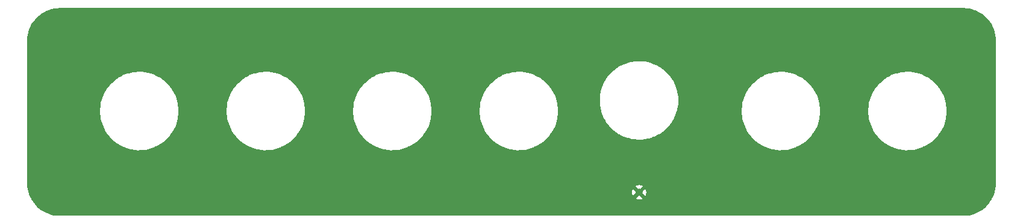
<source format=gtl>
G04 #@! TF.GenerationSoftware,KiCad,Pcbnew,6.0.6-3a73a75311~116~ubuntu22.04.1*
G04 #@! TF.CreationDate,2022-07-27T16:16:01-04:00*
G04 #@! TF.ProjectId,stereo_whooshy_sound_jack_panel,73746572-656f-45f7-9768-6f6f7368795f,0*
G04 #@! TF.SameCoordinates,Original*
G04 #@! TF.FileFunction,Copper,L1,Top*
G04 #@! TF.FilePolarity,Positive*
%FSLAX46Y46*%
G04 Gerber Fmt 4.6, Leading zero omitted, Abs format (unit mm)*
G04 Created by KiCad (PCBNEW 6.0.6-3a73a75311~116~ubuntu22.04.1) date 2022-07-27 16:16:01*
%MOMM*%
%LPD*%
G01*
G04 APERTURE LIST*
G04 #@! TA.AperFunction,SMDPad,CuDef*
%ADD10C,1.000000*%
G04 #@! TD*
G04 #@! TA.AperFunction,ViaPad*
%ADD11C,0.800000*%
G04 #@! TD*
G04 APERTURE END LIST*
D10*
X159131000Y-107950000D03*
D11*
X159131000Y-107950000D03*
G04 #@! TA.AperFunction,Conductor*
G36*
X204694018Y-82044000D02*
G01*
X204708851Y-82046310D01*
X204708855Y-82046310D01*
X204717724Y-82047691D01*
X204738183Y-82045016D01*
X204760008Y-82044072D01*
X205116937Y-82059656D01*
X205127886Y-82060614D01*
X205512379Y-82111233D01*
X205523205Y-82113142D01*
X205901822Y-82197080D01*
X205912439Y-82199925D01*
X206082702Y-82253608D01*
X206282302Y-82316542D01*
X206292615Y-82320295D01*
X206650932Y-82468715D01*
X206660876Y-82473353D01*
X207004867Y-82652423D01*
X207014387Y-82657919D01*
X207341468Y-82866292D01*
X207350472Y-82872597D01*
X207658138Y-83108678D01*
X207666558Y-83115743D01*
X207952483Y-83377744D01*
X207960256Y-83385517D01*
X208222257Y-83671442D01*
X208229322Y-83679862D01*
X208465403Y-83987528D01*
X208471708Y-83996532D01*
X208680081Y-84323613D01*
X208685577Y-84333133D01*
X208864643Y-84677115D01*
X208869289Y-84687077D01*
X209017702Y-85045377D01*
X209021461Y-85055706D01*
X209138075Y-85425561D01*
X209140920Y-85436178D01*
X209224858Y-85814795D01*
X209226767Y-85825621D01*
X209277386Y-86210114D01*
X209278344Y-86221064D01*
X209293603Y-86570552D01*
X209292223Y-86595429D01*
X209290309Y-86607724D01*
X209291473Y-86616626D01*
X209291473Y-86616628D01*
X209294436Y-86639283D01*
X209295500Y-86655621D01*
X209295500Y-106630633D01*
X209294000Y-106650018D01*
X209291690Y-106664851D01*
X209291690Y-106664855D01*
X209290309Y-106673724D01*
X209292984Y-106694183D01*
X209293928Y-106716008D01*
X209280929Y-107013732D01*
X209278344Y-107072936D01*
X209277386Y-107083886D01*
X209226767Y-107468379D01*
X209224858Y-107479205D01*
X209140920Y-107857822D01*
X209138075Y-107868439D01*
X209084392Y-108038702D01*
X209056645Y-108126705D01*
X209021461Y-108238294D01*
X209017705Y-108248615D01*
X208932024Y-108455468D01*
X208869289Y-108606923D01*
X208864647Y-108616876D01*
X208730195Y-108875157D01*
X208685577Y-108960867D01*
X208680081Y-108970387D01*
X208471708Y-109297468D01*
X208465403Y-109306472D01*
X208229322Y-109614138D01*
X208222257Y-109622558D01*
X207960256Y-109908483D01*
X207952483Y-109916256D01*
X207666558Y-110178257D01*
X207658138Y-110185322D01*
X207350472Y-110421403D01*
X207341468Y-110427708D01*
X207014387Y-110636081D01*
X207004868Y-110641576D01*
X206660876Y-110820647D01*
X206650932Y-110825285D01*
X206292615Y-110973705D01*
X206282302Y-110977458D01*
X206082702Y-111040392D01*
X205912439Y-111094075D01*
X205901822Y-111096920D01*
X205523205Y-111180858D01*
X205512379Y-111182767D01*
X205127886Y-111233386D01*
X205116937Y-111234344D01*
X204767446Y-111249603D01*
X204742571Y-111248223D01*
X204730276Y-111246309D01*
X204721374Y-111247473D01*
X204721372Y-111247473D01*
X204706323Y-111249441D01*
X204698714Y-111250436D01*
X204682379Y-111251500D01*
X77773367Y-111251500D01*
X77753982Y-111250000D01*
X77739149Y-111247690D01*
X77739145Y-111247690D01*
X77730276Y-111246309D01*
X77709817Y-111248984D01*
X77687992Y-111249928D01*
X77331063Y-111234344D01*
X77320114Y-111233386D01*
X76935621Y-111182767D01*
X76924795Y-111180858D01*
X76546178Y-111096920D01*
X76535561Y-111094075D01*
X76365298Y-111040392D01*
X76165698Y-110977458D01*
X76155385Y-110973705D01*
X75797068Y-110825285D01*
X75787124Y-110820647D01*
X75443132Y-110641576D01*
X75433613Y-110636081D01*
X75106532Y-110427708D01*
X75097528Y-110421403D01*
X74789862Y-110185322D01*
X74781442Y-110178257D01*
X74495517Y-109916256D01*
X74487744Y-109908483D01*
X74225743Y-109622558D01*
X74218678Y-109614138D01*
X73982597Y-109306472D01*
X73976292Y-109297468D01*
X73767919Y-108970387D01*
X73762423Y-108960867D01*
X73717805Y-108875157D01*
X73688640Y-108819132D01*
X158626698Y-108819132D01*
X158631607Y-108825690D01*
X158720118Y-108875157D01*
X158731357Y-108880067D01*
X158907641Y-108937345D01*
X158919615Y-108939978D01*
X159103676Y-108961926D01*
X159115925Y-108962183D01*
X159300742Y-108947962D01*
X159312822Y-108945831D01*
X159491345Y-108895986D01*
X159502778Y-108891552D01*
X159626507Y-108829052D01*
X159636791Y-108819407D01*
X159634553Y-108812763D01*
X159143812Y-108322022D01*
X159129868Y-108314408D01*
X159128035Y-108314539D01*
X159121420Y-108318790D01*
X158633458Y-108806752D01*
X158626698Y-108819132D01*
X73688640Y-108819132D01*
X73583353Y-108616876D01*
X73578711Y-108606923D01*
X73515977Y-108455468D01*
X73430295Y-108248615D01*
X73426539Y-108238294D01*
X73391356Y-108126705D01*
X73363608Y-108038702D01*
X73333119Y-107942002D01*
X158118738Y-107942002D01*
X158134248Y-108126705D01*
X158136461Y-108138764D01*
X158187554Y-108316945D01*
X158192066Y-108328342D01*
X158252148Y-108445250D01*
X158261865Y-108455468D01*
X158268666Y-108453124D01*
X158758978Y-107962812D01*
X158765356Y-107951132D01*
X159495408Y-107951132D01*
X159495539Y-107952965D01*
X159499790Y-107959580D01*
X159987661Y-108447451D01*
X160000041Y-108454211D01*
X160006775Y-108449170D01*
X160053262Y-108367337D01*
X160058256Y-108356121D01*
X160116759Y-108180253D01*
X160119479Y-108168281D01*
X160143039Y-107981784D01*
X160143531Y-107974757D01*
X160143828Y-107953523D01*
X160143533Y-107946494D01*
X160125188Y-107759397D01*
X160122805Y-107747362D01*
X160069233Y-107569924D01*
X160064559Y-107558584D01*
X160009562Y-107455148D01*
X159999702Y-107445067D01*
X159992575Y-107447635D01*
X159503022Y-107937188D01*
X159495408Y-107951132D01*
X158765356Y-107951132D01*
X158766592Y-107948868D01*
X158766461Y-107947035D01*
X158762210Y-107940420D01*
X158274121Y-107452331D01*
X158261741Y-107445571D01*
X158255353Y-107450353D01*
X158202997Y-107545586D01*
X158198166Y-107556858D01*
X158142120Y-107733538D01*
X158139570Y-107745532D01*
X158118909Y-107929733D01*
X158118738Y-107942002D01*
X73333119Y-107942002D01*
X73309925Y-107868439D01*
X73307080Y-107857822D01*
X73223142Y-107479205D01*
X73221233Y-107468379D01*
X73170614Y-107083886D01*
X73170370Y-107081101D01*
X158625820Y-107081101D01*
X158628274Y-107088064D01*
X159118188Y-107577978D01*
X159132132Y-107585592D01*
X159133965Y-107585461D01*
X159140580Y-107581210D01*
X159628834Y-107092956D01*
X159635594Y-107080576D01*
X159630935Y-107074353D01*
X159528924Y-107019196D01*
X159517619Y-107014444D01*
X159340554Y-106959633D01*
X159328541Y-106957167D01*
X159144199Y-106937792D01*
X159131931Y-106937707D01*
X158947345Y-106954505D01*
X158935296Y-106956803D01*
X158757483Y-107009137D01*
X158746108Y-107013732D01*
X158635969Y-107071312D01*
X158625820Y-107081101D01*
X73170370Y-107081101D01*
X73169656Y-107072936D01*
X73167071Y-107013732D01*
X73154561Y-106727206D01*
X73156188Y-106700805D01*
X73156769Y-106697352D01*
X73156770Y-106697345D01*
X73157576Y-106692552D01*
X73157729Y-106680000D01*
X73153773Y-106652376D01*
X73152500Y-106634514D01*
X73152500Y-96750880D01*
X83391368Y-96750880D01*
X83391588Y-96753497D01*
X83391588Y-96753503D01*
X83398186Y-96832072D01*
X83430007Y-97211021D01*
X83430449Y-97213634D01*
X83469083Y-97442047D01*
X83507015Y-97666314D01*
X83507677Y-97668891D01*
X83611855Y-98074639D01*
X83621850Y-98113568D01*
X83773707Y-98549643D01*
X83961522Y-98971482D01*
X84183977Y-99376125D01*
X84185429Y-99378311D01*
X84185433Y-99378317D01*
X84313924Y-99571711D01*
X84439511Y-99760735D01*
X84554754Y-99906136D01*
X84711629Y-100104063D01*
X84726332Y-100122614D01*
X84728145Y-100124544D01*
X84728147Y-100124547D01*
X84860725Y-100265728D01*
X85042429Y-100459222D01*
X85385583Y-100768200D01*
X85753389Y-101047380D01*
X85755620Y-101048796D01*
X85755626Y-101048800D01*
X86077538Y-101253091D01*
X86143266Y-101294803D01*
X86145593Y-101296019D01*
X86145599Y-101296023D01*
X86550142Y-101507513D01*
X86550147Y-101507515D01*
X86552480Y-101508735D01*
X86978159Y-101687674D01*
X86980667Y-101688489D01*
X86980670Y-101688490D01*
X87414804Y-101829549D01*
X87414808Y-101829550D01*
X87417319Y-101830366D01*
X87738502Y-101905699D01*
X87864303Y-101935205D01*
X87864307Y-101935206D01*
X87866879Y-101935809D01*
X87869496Y-101936196D01*
X87869499Y-101936196D01*
X88321064Y-102002878D01*
X88321068Y-102002878D01*
X88323686Y-102003265D01*
X88784535Y-102032259D01*
X88787167Y-102032204D01*
X88787174Y-102032204D01*
X88963193Y-102028516D01*
X89246194Y-102022588D01*
X89705424Y-101974321D01*
X90159005Y-101887796D01*
X90161534Y-101887090D01*
X90161542Y-101887088D01*
X90601221Y-101764328D01*
X90601232Y-101764324D01*
X90603755Y-101763620D01*
X90879857Y-101660938D01*
X91034082Y-101603583D01*
X91034088Y-101603580D01*
X91036555Y-101602663D01*
X91454368Y-101406055D01*
X91854264Y-101175175D01*
X92233438Y-100911642D01*
X92589230Y-100617305D01*
X92880198Y-100332369D01*
X92917256Y-100296079D01*
X92917258Y-100296077D01*
X92919145Y-100294229D01*
X93220869Y-99944678D01*
X93492285Y-99571107D01*
X93527603Y-99512791D01*
X93650486Y-99309885D01*
X93731489Y-99176133D01*
X93936804Y-98762529D01*
X94106789Y-98333196D01*
X94240252Y-97891144D01*
X94288042Y-97666314D01*
X94335711Y-97442047D01*
X94336258Y-97439474D01*
X94394131Y-96981355D01*
X94403791Y-96750880D01*
X101171368Y-96750880D01*
X101171588Y-96753497D01*
X101171588Y-96753503D01*
X101178186Y-96832072D01*
X101210007Y-97211021D01*
X101210449Y-97213634D01*
X101249083Y-97442047D01*
X101287015Y-97666314D01*
X101287677Y-97668891D01*
X101391855Y-98074639D01*
X101401850Y-98113568D01*
X101553707Y-98549643D01*
X101741522Y-98971482D01*
X101963977Y-99376125D01*
X101965429Y-99378311D01*
X101965433Y-99378317D01*
X102093924Y-99571711D01*
X102219511Y-99760735D01*
X102334754Y-99906136D01*
X102491629Y-100104063D01*
X102506332Y-100122614D01*
X102508145Y-100124544D01*
X102508147Y-100124547D01*
X102640725Y-100265728D01*
X102822429Y-100459222D01*
X103165583Y-100768200D01*
X103533389Y-101047380D01*
X103535620Y-101048796D01*
X103535626Y-101048800D01*
X103857538Y-101253091D01*
X103923266Y-101294803D01*
X103925593Y-101296019D01*
X103925599Y-101296023D01*
X104330142Y-101507513D01*
X104330147Y-101507515D01*
X104332480Y-101508735D01*
X104758159Y-101687674D01*
X104760667Y-101688489D01*
X104760670Y-101688490D01*
X105194804Y-101829549D01*
X105194808Y-101829550D01*
X105197319Y-101830366D01*
X105518502Y-101905699D01*
X105644303Y-101935205D01*
X105644307Y-101935206D01*
X105646879Y-101935809D01*
X105649496Y-101936196D01*
X105649499Y-101936196D01*
X106101064Y-102002878D01*
X106101068Y-102002878D01*
X106103686Y-102003265D01*
X106564535Y-102032259D01*
X106567167Y-102032204D01*
X106567174Y-102032204D01*
X106743193Y-102028516D01*
X107026194Y-102022588D01*
X107485424Y-101974321D01*
X107939005Y-101887796D01*
X107941534Y-101887090D01*
X107941542Y-101887088D01*
X108381221Y-101764328D01*
X108381232Y-101764324D01*
X108383755Y-101763620D01*
X108659857Y-101660938D01*
X108814082Y-101603583D01*
X108814088Y-101603580D01*
X108816555Y-101602663D01*
X109234368Y-101406055D01*
X109634264Y-101175175D01*
X110013438Y-100911642D01*
X110369230Y-100617305D01*
X110660198Y-100332369D01*
X110697256Y-100296079D01*
X110697258Y-100296077D01*
X110699145Y-100294229D01*
X111000869Y-99944678D01*
X111272285Y-99571107D01*
X111307603Y-99512791D01*
X111430486Y-99309885D01*
X111511489Y-99176133D01*
X111716804Y-98762529D01*
X111886789Y-98333196D01*
X112020252Y-97891144D01*
X112068042Y-97666314D01*
X112115711Y-97442047D01*
X112116258Y-97439474D01*
X112174131Y-96981355D01*
X112183791Y-96750880D01*
X118951368Y-96750880D01*
X118951588Y-96753497D01*
X118951588Y-96753503D01*
X118958186Y-96832072D01*
X118990007Y-97211021D01*
X118990449Y-97213634D01*
X119029083Y-97442047D01*
X119067015Y-97666314D01*
X119067677Y-97668891D01*
X119171855Y-98074639D01*
X119181850Y-98113568D01*
X119333707Y-98549643D01*
X119521522Y-98971482D01*
X119743977Y-99376125D01*
X119745429Y-99378311D01*
X119745433Y-99378317D01*
X119873924Y-99571711D01*
X119999511Y-99760735D01*
X120114754Y-99906136D01*
X120271629Y-100104063D01*
X120286332Y-100122614D01*
X120288145Y-100124544D01*
X120288147Y-100124547D01*
X120420725Y-100265728D01*
X120602429Y-100459222D01*
X120945583Y-100768200D01*
X121313389Y-101047380D01*
X121315620Y-101048796D01*
X121315626Y-101048800D01*
X121637538Y-101253091D01*
X121703266Y-101294803D01*
X121705593Y-101296019D01*
X121705599Y-101296023D01*
X122110142Y-101507513D01*
X122110147Y-101507515D01*
X122112480Y-101508735D01*
X122538159Y-101687674D01*
X122540667Y-101688489D01*
X122540670Y-101688490D01*
X122974804Y-101829549D01*
X122974808Y-101829550D01*
X122977319Y-101830366D01*
X123298502Y-101905699D01*
X123424303Y-101935205D01*
X123424307Y-101935206D01*
X123426879Y-101935809D01*
X123429496Y-101936196D01*
X123429499Y-101936196D01*
X123881064Y-102002878D01*
X123881068Y-102002878D01*
X123883686Y-102003265D01*
X124344535Y-102032259D01*
X124347167Y-102032204D01*
X124347174Y-102032204D01*
X124523193Y-102028516D01*
X124806194Y-102022588D01*
X125265424Y-101974321D01*
X125719005Y-101887796D01*
X125721534Y-101887090D01*
X125721542Y-101887088D01*
X126161221Y-101764328D01*
X126161232Y-101764324D01*
X126163755Y-101763620D01*
X126439857Y-101660938D01*
X126594082Y-101603583D01*
X126594088Y-101603580D01*
X126596555Y-101602663D01*
X127014368Y-101406055D01*
X127414264Y-101175175D01*
X127793438Y-100911642D01*
X128149230Y-100617305D01*
X128440198Y-100332369D01*
X128477256Y-100296079D01*
X128477258Y-100296077D01*
X128479145Y-100294229D01*
X128780869Y-99944678D01*
X129052285Y-99571107D01*
X129087603Y-99512791D01*
X129210486Y-99309885D01*
X129291489Y-99176133D01*
X129496804Y-98762529D01*
X129666789Y-98333196D01*
X129800252Y-97891144D01*
X129848042Y-97666314D01*
X129895711Y-97442047D01*
X129896258Y-97439474D01*
X129954131Y-96981355D01*
X129963791Y-96750880D01*
X136731368Y-96750880D01*
X136731588Y-96753497D01*
X136731588Y-96753503D01*
X136738186Y-96832072D01*
X136770007Y-97211021D01*
X136770449Y-97213634D01*
X136809083Y-97442047D01*
X136847015Y-97666314D01*
X136847677Y-97668891D01*
X136951855Y-98074639D01*
X136961850Y-98113568D01*
X137113707Y-98549643D01*
X137301522Y-98971482D01*
X137523977Y-99376125D01*
X137525429Y-99378311D01*
X137525433Y-99378317D01*
X137653924Y-99571711D01*
X137779511Y-99760735D01*
X137894754Y-99906136D01*
X138051629Y-100104063D01*
X138066332Y-100122614D01*
X138068145Y-100124544D01*
X138068147Y-100124547D01*
X138200725Y-100265728D01*
X138382429Y-100459222D01*
X138725583Y-100768200D01*
X139093389Y-101047380D01*
X139095620Y-101048796D01*
X139095626Y-101048800D01*
X139417538Y-101253091D01*
X139483266Y-101294803D01*
X139485593Y-101296019D01*
X139485599Y-101296023D01*
X139890142Y-101507513D01*
X139890147Y-101507515D01*
X139892480Y-101508735D01*
X140318159Y-101687674D01*
X140320667Y-101688489D01*
X140320670Y-101688490D01*
X140754804Y-101829549D01*
X140754808Y-101829550D01*
X140757319Y-101830366D01*
X141078502Y-101905699D01*
X141204303Y-101935205D01*
X141204307Y-101935206D01*
X141206879Y-101935809D01*
X141209496Y-101936196D01*
X141209499Y-101936196D01*
X141661064Y-102002878D01*
X141661068Y-102002878D01*
X141663686Y-102003265D01*
X142124535Y-102032259D01*
X142127167Y-102032204D01*
X142127174Y-102032204D01*
X142303193Y-102028516D01*
X142586194Y-102022588D01*
X143045424Y-101974321D01*
X143499005Y-101887796D01*
X143501534Y-101887090D01*
X143501542Y-101887088D01*
X143941221Y-101764328D01*
X143941232Y-101764324D01*
X143943755Y-101763620D01*
X144219857Y-101660938D01*
X144374082Y-101603583D01*
X144374088Y-101603580D01*
X144376555Y-101602663D01*
X144794368Y-101406055D01*
X145194264Y-101175175D01*
X145573438Y-100911642D01*
X145929230Y-100617305D01*
X146220198Y-100332369D01*
X146257256Y-100296079D01*
X146257258Y-100296077D01*
X146259145Y-100294229D01*
X146560869Y-99944678D01*
X146832285Y-99571107D01*
X146867603Y-99512791D01*
X146990486Y-99309885D01*
X147071489Y-99176133D01*
X147276804Y-98762529D01*
X147446789Y-98333196D01*
X147580252Y-97891144D01*
X147628042Y-97666314D01*
X147675711Y-97442047D01*
X147676258Y-97439474D01*
X147734131Y-96981355D01*
X147753468Y-96520000D01*
X147751085Y-96463154D01*
X147734242Y-96061291D01*
X147734242Y-96061289D01*
X147734131Y-96058645D01*
X147676258Y-95600526D01*
X147628599Y-95376309D01*
X147602236Y-95252280D01*
X153622368Y-95252280D01*
X153661007Y-95712421D01*
X153661449Y-95715034D01*
X153720015Y-96061291D01*
X153738015Y-96167714D01*
X153738677Y-96170291D01*
X153827787Y-96517352D01*
X153852850Y-96614968D01*
X154004707Y-97051043D01*
X154192522Y-97472882D01*
X154414977Y-97877525D01*
X154416429Y-97879711D01*
X154416433Y-97879717D01*
X154544924Y-98073111D01*
X154670511Y-98262135D01*
X154814601Y-98443932D01*
X154916943Y-98573055D01*
X154957332Y-98624014D01*
X154959145Y-98625944D01*
X154959147Y-98625947D01*
X155116609Y-98793626D01*
X155273429Y-98960622D01*
X155616583Y-99269600D01*
X155984389Y-99548780D01*
X155986620Y-99550196D01*
X155986626Y-99550200D01*
X156308538Y-99754491D01*
X156374266Y-99796203D01*
X156376593Y-99797419D01*
X156376599Y-99797423D01*
X156781142Y-100008913D01*
X156781147Y-100008915D01*
X156783480Y-100010135D01*
X157209159Y-100189074D01*
X157211667Y-100189889D01*
X157211670Y-100189890D01*
X157645804Y-100330949D01*
X157645808Y-100330950D01*
X157648319Y-100331766D01*
X157969502Y-100407099D01*
X158095303Y-100436605D01*
X158095307Y-100436606D01*
X158097879Y-100437209D01*
X158100496Y-100437596D01*
X158100499Y-100437596D01*
X158552064Y-100504278D01*
X158552068Y-100504278D01*
X158554686Y-100504665D01*
X159015535Y-100533659D01*
X159018167Y-100533604D01*
X159018174Y-100533604D01*
X159194193Y-100529916D01*
X159477194Y-100523988D01*
X159936424Y-100475721D01*
X160390005Y-100389196D01*
X160392534Y-100388490D01*
X160392542Y-100388488D01*
X160832221Y-100265728D01*
X160832232Y-100265724D01*
X160834755Y-100265020D01*
X161134085Y-100153700D01*
X161265082Y-100104983D01*
X161265088Y-100104980D01*
X161267555Y-100104063D01*
X161685368Y-99907455D01*
X162085264Y-99676575D01*
X162464438Y-99413042D01*
X162820230Y-99118705D01*
X163150145Y-98795629D01*
X163451869Y-98446078D01*
X163723285Y-98072507D01*
X163962489Y-97677533D01*
X164167804Y-97263929D01*
X164337789Y-96834596D01*
X164363064Y-96750880D01*
X173561368Y-96750880D01*
X173561588Y-96753497D01*
X173561588Y-96753503D01*
X173568186Y-96832072D01*
X173600007Y-97211021D01*
X173600449Y-97213634D01*
X173639083Y-97442047D01*
X173677015Y-97666314D01*
X173677677Y-97668891D01*
X173781855Y-98074639D01*
X173791850Y-98113568D01*
X173943707Y-98549643D01*
X174131522Y-98971482D01*
X174353977Y-99376125D01*
X174355429Y-99378311D01*
X174355433Y-99378317D01*
X174483924Y-99571711D01*
X174609511Y-99760735D01*
X174724754Y-99906136D01*
X174881629Y-100104063D01*
X174896332Y-100122614D01*
X174898145Y-100124544D01*
X174898147Y-100124547D01*
X175030725Y-100265728D01*
X175212429Y-100459222D01*
X175555583Y-100768200D01*
X175923389Y-101047380D01*
X175925620Y-101048796D01*
X175925626Y-101048800D01*
X176247538Y-101253091D01*
X176313266Y-101294803D01*
X176315593Y-101296019D01*
X176315599Y-101296023D01*
X176720142Y-101507513D01*
X176720147Y-101507515D01*
X176722480Y-101508735D01*
X177148159Y-101687674D01*
X177150667Y-101688489D01*
X177150670Y-101688490D01*
X177584804Y-101829549D01*
X177584808Y-101829550D01*
X177587319Y-101830366D01*
X177908502Y-101905699D01*
X178034303Y-101935205D01*
X178034307Y-101935206D01*
X178036879Y-101935809D01*
X178039496Y-101936196D01*
X178039499Y-101936196D01*
X178491064Y-102002878D01*
X178491068Y-102002878D01*
X178493686Y-102003265D01*
X178954535Y-102032259D01*
X178957167Y-102032204D01*
X178957174Y-102032204D01*
X179133193Y-102028516D01*
X179416194Y-102022588D01*
X179875424Y-101974321D01*
X180329005Y-101887796D01*
X180331534Y-101887090D01*
X180331542Y-101887088D01*
X180771221Y-101764328D01*
X180771232Y-101764324D01*
X180773755Y-101763620D01*
X181049857Y-101660938D01*
X181204082Y-101603583D01*
X181204088Y-101603580D01*
X181206555Y-101602663D01*
X181624368Y-101406055D01*
X182024264Y-101175175D01*
X182403438Y-100911642D01*
X182759230Y-100617305D01*
X183050198Y-100332369D01*
X183087256Y-100296079D01*
X183087258Y-100296077D01*
X183089145Y-100294229D01*
X183390869Y-99944678D01*
X183662285Y-99571107D01*
X183697603Y-99512791D01*
X183820486Y-99309885D01*
X183901489Y-99176133D01*
X184106804Y-98762529D01*
X184276789Y-98333196D01*
X184410252Y-97891144D01*
X184458042Y-97666314D01*
X184505711Y-97442047D01*
X184506258Y-97439474D01*
X184564131Y-96981355D01*
X184573791Y-96750880D01*
X191341368Y-96750880D01*
X191341588Y-96753497D01*
X191341588Y-96753503D01*
X191348186Y-96832072D01*
X191380007Y-97211021D01*
X191380449Y-97213634D01*
X191419083Y-97442047D01*
X191457015Y-97666314D01*
X191457677Y-97668891D01*
X191561855Y-98074639D01*
X191571850Y-98113568D01*
X191723707Y-98549643D01*
X191911522Y-98971482D01*
X192133977Y-99376125D01*
X192135429Y-99378311D01*
X192135433Y-99378317D01*
X192263924Y-99571711D01*
X192389511Y-99760735D01*
X192504754Y-99906136D01*
X192661629Y-100104063D01*
X192676332Y-100122614D01*
X192678145Y-100124544D01*
X192678147Y-100124547D01*
X192810725Y-100265728D01*
X192992429Y-100459222D01*
X193335583Y-100768200D01*
X193703389Y-101047380D01*
X193705620Y-101048796D01*
X193705626Y-101048800D01*
X194027538Y-101253091D01*
X194093266Y-101294803D01*
X194095593Y-101296019D01*
X194095599Y-101296023D01*
X194500142Y-101507513D01*
X194500147Y-101507515D01*
X194502480Y-101508735D01*
X194928159Y-101687674D01*
X194930667Y-101688489D01*
X194930670Y-101688490D01*
X195364804Y-101829549D01*
X195364808Y-101829550D01*
X195367319Y-101830366D01*
X195688502Y-101905699D01*
X195814303Y-101935205D01*
X195814307Y-101935206D01*
X195816879Y-101935809D01*
X195819496Y-101936196D01*
X195819499Y-101936196D01*
X196271064Y-102002878D01*
X196271068Y-102002878D01*
X196273686Y-102003265D01*
X196734535Y-102032259D01*
X196737167Y-102032204D01*
X196737174Y-102032204D01*
X196913193Y-102028516D01*
X197196194Y-102022588D01*
X197655424Y-101974321D01*
X198109005Y-101887796D01*
X198111534Y-101887090D01*
X198111542Y-101887088D01*
X198551221Y-101764328D01*
X198551232Y-101764324D01*
X198553755Y-101763620D01*
X198829857Y-101660938D01*
X198984082Y-101603583D01*
X198984088Y-101603580D01*
X198986555Y-101602663D01*
X199404368Y-101406055D01*
X199804264Y-101175175D01*
X200183438Y-100911642D01*
X200539230Y-100617305D01*
X200830198Y-100332369D01*
X200867256Y-100296079D01*
X200867258Y-100296077D01*
X200869145Y-100294229D01*
X201170869Y-99944678D01*
X201442285Y-99571107D01*
X201477603Y-99512791D01*
X201600486Y-99309885D01*
X201681489Y-99176133D01*
X201886804Y-98762529D01*
X202056789Y-98333196D01*
X202190252Y-97891144D01*
X202238042Y-97666314D01*
X202285711Y-97442047D01*
X202286258Y-97439474D01*
X202344131Y-96981355D01*
X202363468Y-96520000D01*
X202361085Y-96463154D01*
X202344242Y-96061291D01*
X202344242Y-96061289D01*
X202344131Y-96058645D01*
X202286258Y-95600526D01*
X202238599Y-95376309D01*
X202190798Y-95151423D01*
X202190796Y-95151415D01*
X202190252Y-95148856D01*
X202056789Y-94706804D01*
X201886804Y-94277471D01*
X201681489Y-93863867D01*
X201505906Y-93573944D01*
X201443651Y-93471148D01*
X201443647Y-93471142D01*
X201442285Y-93468893D01*
X201170869Y-93095322D01*
X200869145Y-92745771D01*
X200539230Y-92422695D01*
X200183438Y-92128358D01*
X199804264Y-91864825D01*
X199404368Y-91633945D01*
X198986555Y-91437337D01*
X198984088Y-91436420D01*
X198984082Y-91436417D01*
X198755773Y-91351510D01*
X198553755Y-91276380D01*
X198551232Y-91275676D01*
X198551221Y-91275672D01*
X198111542Y-91152912D01*
X198111534Y-91152910D01*
X198109005Y-91152204D01*
X197655424Y-91065679D01*
X197196194Y-91017412D01*
X196913193Y-91011484D01*
X196737174Y-91007796D01*
X196737167Y-91007796D01*
X196734535Y-91007741D01*
X196273686Y-91036735D01*
X196271068Y-91037122D01*
X196271064Y-91037122D01*
X195819499Y-91103804D01*
X195819496Y-91103804D01*
X195816879Y-91104191D01*
X195814307Y-91104794D01*
X195814303Y-91104795D01*
X195766258Y-91116064D01*
X195367319Y-91209634D01*
X195364808Y-91210450D01*
X195364804Y-91210451D01*
X195164075Y-91275672D01*
X194928159Y-91352326D01*
X194502480Y-91531265D01*
X194500147Y-91532485D01*
X194500142Y-91532487D01*
X194095599Y-91743977D01*
X194095593Y-91743981D01*
X194093266Y-91745197D01*
X194040649Y-91778589D01*
X193705626Y-91991200D01*
X193705620Y-91991204D01*
X193703389Y-91992620D01*
X193335583Y-92271800D01*
X192992429Y-92580778D01*
X192990626Y-92582698D01*
X192990625Y-92582699D01*
X192808628Y-92776506D01*
X192676332Y-92917386D01*
X192674683Y-92919467D01*
X192674680Y-92919470D01*
X192590874Y-93025207D01*
X192389511Y-93279265D01*
X192388048Y-93281467D01*
X192144700Y-93647736D01*
X192133977Y-93663875D01*
X191911522Y-94068518D01*
X191723707Y-94490357D01*
X191571850Y-94926432D01*
X191571195Y-94928983D01*
X191571192Y-94928993D01*
X191534335Y-95072544D01*
X191457015Y-95373686D01*
X191456573Y-95376301D01*
X191456571Y-95376309D01*
X191399280Y-95715034D01*
X191380007Y-95828979D01*
X191341368Y-96289120D01*
X191341368Y-96750880D01*
X184573791Y-96750880D01*
X184583468Y-96520000D01*
X184581085Y-96463154D01*
X184564242Y-96061291D01*
X184564242Y-96061289D01*
X184564131Y-96058645D01*
X184506258Y-95600526D01*
X184458599Y-95376309D01*
X184410798Y-95151423D01*
X184410796Y-95151415D01*
X184410252Y-95148856D01*
X184276789Y-94706804D01*
X184106804Y-94277471D01*
X183901489Y-93863867D01*
X183725906Y-93573944D01*
X183663651Y-93471148D01*
X183663647Y-93471142D01*
X183662285Y-93468893D01*
X183390869Y-93095322D01*
X183089145Y-92745771D01*
X182759230Y-92422695D01*
X182403438Y-92128358D01*
X182024264Y-91864825D01*
X181624368Y-91633945D01*
X181206555Y-91437337D01*
X181204088Y-91436420D01*
X181204082Y-91436417D01*
X180975773Y-91351510D01*
X180773755Y-91276380D01*
X180771232Y-91275676D01*
X180771221Y-91275672D01*
X180331542Y-91152912D01*
X180331534Y-91152910D01*
X180329005Y-91152204D01*
X179875424Y-91065679D01*
X179416194Y-91017412D01*
X179133193Y-91011484D01*
X178957174Y-91007796D01*
X178957167Y-91007796D01*
X178954535Y-91007741D01*
X178493686Y-91036735D01*
X178491068Y-91037122D01*
X178491064Y-91037122D01*
X178039499Y-91103804D01*
X178039496Y-91103804D01*
X178036879Y-91104191D01*
X178034307Y-91104794D01*
X178034303Y-91104795D01*
X177986258Y-91116064D01*
X177587319Y-91209634D01*
X177584808Y-91210450D01*
X177584804Y-91210451D01*
X177384075Y-91275672D01*
X177148159Y-91352326D01*
X176722480Y-91531265D01*
X176720147Y-91532485D01*
X176720142Y-91532487D01*
X176315599Y-91743977D01*
X176315593Y-91743981D01*
X176313266Y-91745197D01*
X176260649Y-91778589D01*
X175925626Y-91991200D01*
X175925620Y-91991204D01*
X175923389Y-91992620D01*
X175555583Y-92271800D01*
X175212429Y-92580778D01*
X175210626Y-92582698D01*
X175210625Y-92582699D01*
X175028628Y-92776506D01*
X174896332Y-92917386D01*
X174894683Y-92919467D01*
X174894680Y-92919470D01*
X174810874Y-93025207D01*
X174609511Y-93279265D01*
X174608048Y-93281467D01*
X174364700Y-93647736D01*
X174353977Y-93663875D01*
X174131522Y-94068518D01*
X173943707Y-94490357D01*
X173791850Y-94926432D01*
X173791195Y-94928983D01*
X173791192Y-94928993D01*
X173754335Y-95072544D01*
X173677015Y-95373686D01*
X173676573Y-95376301D01*
X173676571Y-95376309D01*
X173619280Y-95715034D01*
X173600007Y-95828979D01*
X173561368Y-96289120D01*
X173561368Y-96750880D01*
X164363064Y-96750880D01*
X164471252Y-96392544D01*
X164519042Y-96167714D01*
X164566711Y-95943447D01*
X164567258Y-95940874D01*
X164625131Y-95482755D01*
X164629703Y-95373686D01*
X164644357Y-95024048D01*
X164644468Y-95021400D01*
X164625131Y-94560045D01*
X164567258Y-94101926D01*
X164519599Y-93877709D01*
X164471798Y-93652823D01*
X164471796Y-93652815D01*
X164471252Y-93650256D01*
X164337789Y-93208204D01*
X164167804Y-92778871D01*
X163962489Y-92365267D01*
X163777671Y-92060095D01*
X163724651Y-91972548D01*
X163724647Y-91972542D01*
X163723285Y-91970293D01*
X163451869Y-91596722D01*
X163150145Y-91247171D01*
X163111814Y-91209634D01*
X162905647Y-91007741D01*
X162820230Y-90924095D01*
X162464438Y-90629758D01*
X162085264Y-90366225D01*
X161685368Y-90135345D01*
X161267555Y-89938737D01*
X161265088Y-89937820D01*
X161265082Y-89937817D01*
X161036773Y-89852910D01*
X160834755Y-89777780D01*
X160832232Y-89777076D01*
X160832221Y-89777072D01*
X160392542Y-89654312D01*
X160392534Y-89654310D01*
X160390005Y-89653604D01*
X159936424Y-89567079D01*
X159477194Y-89518812D01*
X159194193Y-89512884D01*
X159018174Y-89509196D01*
X159018167Y-89509196D01*
X159015535Y-89509141D01*
X158554686Y-89538135D01*
X158552068Y-89538522D01*
X158552064Y-89538522D01*
X158100499Y-89605204D01*
X158100496Y-89605204D01*
X158097879Y-89605591D01*
X158095307Y-89606194D01*
X158095303Y-89606195D01*
X157969502Y-89635701D01*
X157648319Y-89711034D01*
X157645808Y-89711850D01*
X157645804Y-89711851D01*
X157445075Y-89777072D01*
X157209159Y-89853726D01*
X156783480Y-90032665D01*
X156781147Y-90033885D01*
X156781142Y-90033887D01*
X156376599Y-90245377D01*
X156376593Y-90245381D01*
X156374266Y-90246597D01*
X156372038Y-90248011D01*
X155986626Y-90492600D01*
X155986620Y-90492604D01*
X155984389Y-90494020D01*
X155616583Y-90773200D01*
X155273429Y-91082178D01*
X155271626Y-91084098D01*
X155271625Y-91084099D01*
X155018784Y-91353347D01*
X154957332Y-91418786D01*
X154955683Y-91420867D01*
X154955680Y-91420870D01*
X154941735Y-91438464D01*
X154670511Y-91780665D01*
X154669048Y-91782867D01*
X154439505Y-92128358D01*
X154414977Y-92165275D01*
X154192522Y-92569918D01*
X154004707Y-92991757D01*
X153852850Y-93427832D01*
X153852195Y-93430383D01*
X153852192Y-93430393D01*
X153842307Y-93468893D01*
X153738015Y-93875086D01*
X153737573Y-93877701D01*
X153737571Y-93877709D01*
X153681267Y-94210598D01*
X153661007Y-94330379D01*
X153622368Y-94790520D01*
X153622368Y-95252280D01*
X147602236Y-95252280D01*
X147580798Y-95151423D01*
X147580796Y-95151415D01*
X147580252Y-95148856D01*
X147446789Y-94706804D01*
X147276804Y-94277471D01*
X147071489Y-93863867D01*
X146895906Y-93573944D01*
X146833651Y-93471148D01*
X146833647Y-93471142D01*
X146832285Y-93468893D01*
X146560869Y-93095322D01*
X146259145Y-92745771D01*
X145929230Y-92422695D01*
X145573438Y-92128358D01*
X145194264Y-91864825D01*
X144794368Y-91633945D01*
X144376555Y-91437337D01*
X144374088Y-91436420D01*
X144374082Y-91436417D01*
X144145773Y-91351510D01*
X143943755Y-91276380D01*
X143941232Y-91275676D01*
X143941221Y-91275672D01*
X143501542Y-91152912D01*
X143501534Y-91152910D01*
X143499005Y-91152204D01*
X143045424Y-91065679D01*
X142586194Y-91017412D01*
X142303193Y-91011484D01*
X142127174Y-91007796D01*
X142127167Y-91007796D01*
X142124535Y-91007741D01*
X141663686Y-91036735D01*
X141661068Y-91037122D01*
X141661064Y-91037122D01*
X141209499Y-91103804D01*
X141209496Y-91103804D01*
X141206879Y-91104191D01*
X141204307Y-91104794D01*
X141204303Y-91104795D01*
X141156258Y-91116064D01*
X140757319Y-91209634D01*
X140754808Y-91210450D01*
X140754804Y-91210451D01*
X140554075Y-91275672D01*
X140318159Y-91352326D01*
X139892480Y-91531265D01*
X139890147Y-91532485D01*
X139890142Y-91532487D01*
X139485599Y-91743977D01*
X139485593Y-91743981D01*
X139483266Y-91745197D01*
X139430649Y-91778589D01*
X139095626Y-91991200D01*
X139095620Y-91991204D01*
X139093389Y-91992620D01*
X138725583Y-92271800D01*
X138382429Y-92580778D01*
X138380626Y-92582698D01*
X138380625Y-92582699D01*
X138198628Y-92776506D01*
X138066332Y-92917386D01*
X138064683Y-92919467D01*
X138064680Y-92919470D01*
X137980874Y-93025207D01*
X137779511Y-93279265D01*
X137778048Y-93281467D01*
X137534700Y-93647736D01*
X137523977Y-93663875D01*
X137301522Y-94068518D01*
X137113707Y-94490357D01*
X136961850Y-94926432D01*
X136961195Y-94928983D01*
X136961192Y-94928993D01*
X136924335Y-95072544D01*
X136847015Y-95373686D01*
X136846573Y-95376301D01*
X136846571Y-95376309D01*
X136789280Y-95715034D01*
X136770007Y-95828979D01*
X136731368Y-96289120D01*
X136731368Y-96750880D01*
X129963791Y-96750880D01*
X129973468Y-96520000D01*
X129971085Y-96463154D01*
X129954242Y-96061291D01*
X129954242Y-96061289D01*
X129954131Y-96058645D01*
X129896258Y-95600526D01*
X129848599Y-95376309D01*
X129800798Y-95151423D01*
X129800796Y-95151415D01*
X129800252Y-95148856D01*
X129666789Y-94706804D01*
X129496804Y-94277471D01*
X129291489Y-93863867D01*
X129115906Y-93573944D01*
X129053651Y-93471148D01*
X129053647Y-93471142D01*
X129052285Y-93468893D01*
X128780869Y-93095322D01*
X128479145Y-92745771D01*
X128149230Y-92422695D01*
X127793438Y-92128358D01*
X127414264Y-91864825D01*
X127014368Y-91633945D01*
X126596555Y-91437337D01*
X126594088Y-91436420D01*
X126594082Y-91436417D01*
X126365773Y-91351510D01*
X126163755Y-91276380D01*
X126161232Y-91275676D01*
X126161221Y-91275672D01*
X125721542Y-91152912D01*
X125721534Y-91152910D01*
X125719005Y-91152204D01*
X125265424Y-91065679D01*
X124806194Y-91017412D01*
X124523193Y-91011484D01*
X124347174Y-91007796D01*
X124347167Y-91007796D01*
X124344535Y-91007741D01*
X123883686Y-91036735D01*
X123881068Y-91037122D01*
X123881064Y-91037122D01*
X123429499Y-91103804D01*
X123429496Y-91103804D01*
X123426879Y-91104191D01*
X123424307Y-91104794D01*
X123424303Y-91104795D01*
X123376258Y-91116064D01*
X122977319Y-91209634D01*
X122974808Y-91210450D01*
X122974804Y-91210451D01*
X122774075Y-91275672D01*
X122538159Y-91352326D01*
X122112480Y-91531265D01*
X122110147Y-91532485D01*
X122110142Y-91532487D01*
X121705599Y-91743977D01*
X121705593Y-91743981D01*
X121703266Y-91745197D01*
X121650649Y-91778589D01*
X121315626Y-91991200D01*
X121315620Y-91991204D01*
X121313389Y-91992620D01*
X120945583Y-92271800D01*
X120602429Y-92580778D01*
X120600626Y-92582698D01*
X120600625Y-92582699D01*
X120418628Y-92776506D01*
X120286332Y-92917386D01*
X120284683Y-92919467D01*
X120284680Y-92919470D01*
X120200874Y-93025207D01*
X119999511Y-93279265D01*
X119998048Y-93281467D01*
X119754700Y-93647736D01*
X119743977Y-93663875D01*
X119521522Y-94068518D01*
X119333707Y-94490357D01*
X119181850Y-94926432D01*
X119181195Y-94928983D01*
X119181192Y-94928993D01*
X119144335Y-95072544D01*
X119067015Y-95373686D01*
X119066573Y-95376301D01*
X119066571Y-95376309D01*
X119009280Y-95715034D01*
X118990007Y-95828979D01*
X118951368Y-96289120D01*
X118951368Y-96750880D01*
X112183791Y-96750880D01*
X112193468Y-96520000D01*
X112191085Y-96463154D01*
X112174242Y-96061291D01*
X112174242Y-96061289D01*
X112174131Y-96058645D01*
X112116258Y-95600526D01*
X112068599Y-95376309D01*
X112020798Y-95151423D01*
X112020796Y-95151415D01*
X112020252Y-95148856D01*
X111886789Y-94706804D01*
X111716804Y-94277471D01*
X111511489Y-93863867D01*
X111335906Y-93573944D01*
X111273651Y-93471148D01*
X111273647Y-93471142D01*
X111272285Y-93468893D01*
X111000869Y-93095322D01*
X110699145Y-92745771D01*
X110369230Y-92422695D01*
X110013438Y-92128358D01*
X109634264Y-91864825D01*
X109234368Y-91633945D01*
X108816555Y-91437337D01*
X108814088Y-91436420D01*
X108814082Y-91436417D01*
X108585773Y-91351510D01*
X108383755Y-91276380D01*
X108381232Y-91275676D01*
X108381221Y-91275672D01*
X107941542Y-91152912D01*
X107941534Y-91152910D01*
X107939005Y-91152204D01*
X107485424Y-91065679D01*
X107026194Y-91017412D01*
X106743193Y-91011484D01*
X106567174Y-91007796D01*
X106567167Y-91007796D01*
X106564535Y-91007741D01*
X106103686Y-91036735D01*
X106101068Y-91037122D01*
X106101064Y-91037122D01*
X105649499Y-91103804D01*
X105649496Y-91103804D01*
X105646879Y-91104191D01*
X105644307Y-91104794D01*
X105644303Y-91104795D01*
X105596258Y-91116064D01*
X105197319Y-91209634D01*
X105194808Y-91210450D01*
X105194804Y-91210451D01*
X104994075Y-91275672D01*
X104758159Y-91352326D01*
X104332480Y-91531265D01*
X104330147Y-91532485D01*
X104330142Y-91532487D01*
X103925599Y-91743977D01*
X103925593Y-91743981D01*
X103923266Y-91745197D01*
X103870649Y-91778589D01*
X103535626Y-91991200D01*
X103535620Y-91991204D01*
X103533389Y-91992620D01*
X103165583Y-92271800D01*
X102822429Y-92580778D01*
X102820626Y-92582698D01*
X102820625Y-92582699D01*
X102638628Y-92776506D01*
X102506332Y-92917386D01*
X102504683Y-92919467D01*
X102504680Y-92919470D01*
X102420874Y-93025207D01*
X102219511Y-93279265D01*
X102218048Y-93281467D01*
X101974700Y-93647736D01*
X101963977Y-93663875D01*
X101741522Y-94068518D01*
X101553707Y-94490357D01*
X101401850Y-94926432D01*
X101401195Y-94928983D01*
X101401192Y-94928993D01*
X101364335Y-95072544D01*
X101287015Y-95373686D01*
X101286573Y-95376301D01*
X101286571Y-95376309D01*
X101229280Y-95715034D01*
X101210007Y-95828979D01*
X101171368Y-96289120D01*
X101171368Y-96750880D01*
X94403791Y-96750880D01*
X94413468Y-96520000D01*
X94411085Y-96463154D01*
X94394242Y-96061291D01*
X94394242Y-96061289D01*
X94394131Y-96058645D01*
X94336258Y-95600526D01*
X94288599Y-95376309D01*
X94240798Y-95151423D01*
X94240796Y-95151415D01*
X94240252Y-95148856D01*
X94106789Y-94706804D01*
X93936804Y-94277471D01*
X93731489Y-93863867D01*
X93555906Y-93573944D01*
X93493651Y-93471148D01*
X93493647Y-93471142D01*
X93492285Y-93468893D01*
X93220869Y-93095322D01*
X92919145Y-92745771D01*
X92589230Y-92422695D01*
X92233438Y-92128358D01*
X91854264Y-91864825D01*
X91454368Y-91633945D01*
X91036555Y-91437337D01*
X91034088Y-91436420D01*
X91034082Y-91436417D01*
X90805773Y-91351510D01*
X90603755Y-91276380D01*
X90601232Y-91275676D01*
X90601221Y-91275672D01*
X90161542Y-91152912D01*
X90161534Y-91152910D01*
X90159005Y-91152204D01*
X89705424Y-91065679D01*
X89246194Y-91017412D01*
X88963193Y-91011484D01*
X88787174Y-91007796D01*
X88787167Y-91007796D01*
X88784535Y-91007741D01*
X88323686Y-91036735D01*
X88321068Y-91037122D01*
X88321064Y-91037122D01*
X87869499Y-91103804D01*
X87869496Y-91103804D01*
X87866879Y-91104191D01*
X87864307Y-91104794D01*
X87864303Y-91104795D01*
X87816258Y-91116064D01*
X87417319Y-91209634D01*
X87414808Y-91210450D01*
X87414804Y-91210451D01*
X87214075Y-91275672D01*
X86978159Y-91352326D01*
X86552480Y-91531265D01*
X86550147Y-91532485D01*
X86550142Y-91532487D01*
X86145599Y-91743977D01*
X86145593Y-91743981D01*
X86143266Y-91745197D01*
X86090649Y-91778589D01*
X85755626Y-91991200D01*
X85755620Y-91991204D01*
X85753389Y-91992620D01*
X85385583Y-92271800D01*
X85042429Y-92580778D01*
X85040626Y-92582698D01*
X85040625Y-92582699D01*
X84858628Y-92776506D01*
X84726332Y-92917386D01*
X84724683Y-92919467D01*
X84724680Y-92919470D01*
X84640874Y-93025207D01*
X84439511Y-93279265D01*
X84438048Y-93281467D01*
X84194700Y-93647736D01*
X84183977Y-93663875D01*
X83961522Y-94068518D01*
X83773707Y-94490357D01*
X83621850Y-94926432D01*
X83621195Y-94928983D01*
X83621192Y-94928993D01*
X83584335Y-95072544D01*
X83507015Y-95373686D01*
X83506573Y-95376301D01*
X83506571Y-95376309D01*
X83449280Y-95715034D01*
X83430007Y-95828979D01*
X83391368Y-96289120D01*
X83391368Y-96750880D01*
X73152500Y-96750880D01*
X73152500Y-86667250D01*
X73154246Y-86646345D01*
X73156770Y-86631344D01*
X73156770Y-86631341D01*
X73157576Y-86626552D01*
X73157729Y-86614000D01*
X73157039Y-86609184D01*
X73157039Y-86609178D01*
X73155387Y-86597644D01*
X73154234Y-86574284D01*
X73169656Y-86221064D01*
X73170614Y-86210114D01*
X73221233Y-85825621D01*
X73223142Y-85814795D01*
X73307080Y-85436178D01*
X73309925Y-85425561D01*
X73426539Y-85055706D01*
X73430298Y-85045377D01*
X73578711Y-84687077D01*
X73583357Y-84677115D01*
X73762423Y-84333133D01*
X73767919Y-84323613D01*
X73976292Y-83996532D01*
X73982597Y-83987528D01*
X74218678Y-83679862D01*
X74225743Y-83671442D01*
X74487744Y-83385517D01*
X74495517Y-83377744D01*
X74781442Y-83115743D01*
X74789862Y-83108678D01*
X75097528Y-82872597D01*
X75106532Y-82866292D01*
X75433613Y-82657919D01*
X75443133Y-82652423D01*
X75787124Y-82473353D01*
X75797068Y-82468715D01*
X76155385Y-82320295D01*
X76165698Y-82316542D01*
X76365298Y-82253608D01*
X76535561Y-82199925D01*
X76546178Y-82197080D01*
X76924795Y-82113142D01*
X76935621Y-82111233D01*
X77320114Y-82060614D01*
X77331063Y-82059656D01*
X77680554Y-82044397D01*
X77705429Y-82045777D01*
X77717724Y-82047691D01*
X77726626Y-82046527D01*
X77726628Y-82046527D01*
X77745399Y-82044072D01*
X77749286Y-82043564D01*
X77765621Y-82042500D01*
X204674633Y-82042500D01*
X204694018Y-82044000D01*
G37*
G04 #@! TD.AperFunction*
M02*

</source>
